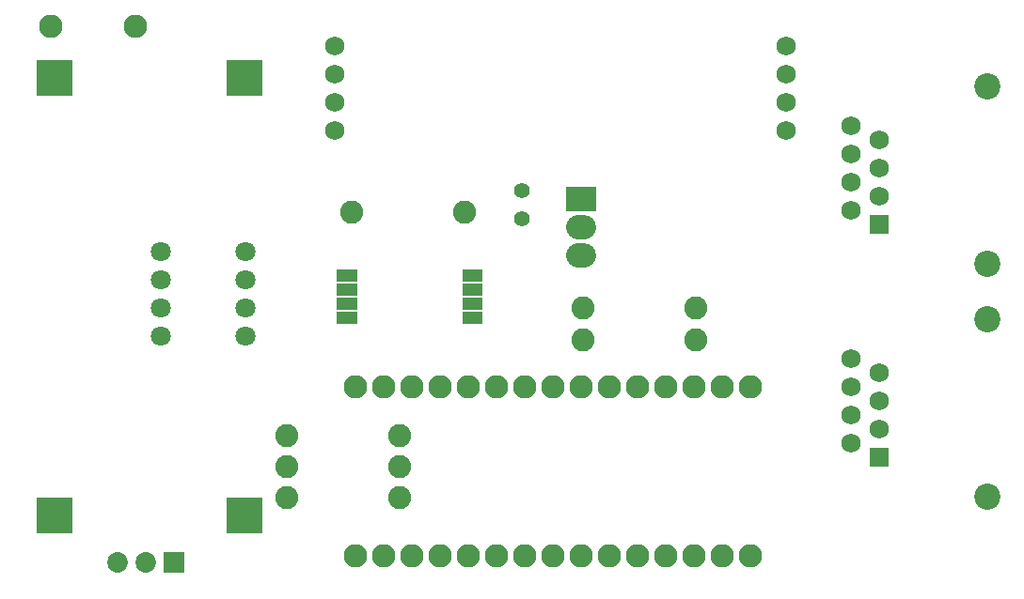
<source format=gbs>
G04 Layer: BottomSolderMaskLayer*
G04 EasyEDA v6.3.22, 2020-02-16T12:15:52--5:00*
G04 381979cff6bd47818e4e504fc6c237e0,2cc9782d1759487288c44a1c2d283d62,10*
G04 Gerber Generator version 0.2*
G04 Scale: 100 percent, Rotated: No, Reflected: No *
G04 Dimensions in millimeters *
G04 leading zeros omitted , absolute positions ,3 integer and 3 decimal *
%FSLAX33Y33*%
%MOMM*%
G90*
G71D02*

%ADD34C,2.203196*%
%ADD36C,2.103196*%
%ADD38C,1.854200*%
%ADD40C,1.397000*%
%ADD41C,2.082800*%
%ADD43C,2.108200*%
%ADD45C,1.803197*%
%ADD46R,1.727200X1.727200*%
%ADD47C,1.727200*%
%ADD48C,2.362200*%

%LPD*%
G54D34*
G01X55240Y30877D02*
G01X54741Y30877D01*
G01X55240Y33417D02*
G01X54741Y33417D01*
G36*
G01X23098Y5843D02*
G01X23098Y9049D01*
G01X26304Y9049D01*
G01X26304Y5843D01*
G01X23098Y5843D01*
G37*
G36*
G01X5953Y45340D02*
G01X5953Y48546D01*
G01X9159Y48546D01*
G01X9159Y45340D01*
G01X5953Y45340D01*
G37*
G36*
G01X5953Y5843D02*
G01X5953Y9049D01*
G01X9159Y9049D01*
G01X9159Y5843D01*
G01X5953Y5843D01*
G37*
G36*
G01X23098Y45340D02*
G01X23098Y48546D01*
G01X26304Y48546D01*
G01X26304Y45340D01*
G01X23098Y45340D01*
G37*
G54D36*
G01X34671Y19066D03*
G01X37211Y19066D03*
G01X39751Y19066D03*
G01X42291Y19066D03*
G01X44831Y19066D03*
G01X47371Y19066D03*
G01X49911Y19066D03*
G01X52451Y19066D03*
G01X54991Y19066D03*
G01X57531Y19066D03*
G01X60071Y19066D03*
G01X62611Y19066D03*
G01X65151Y19066D03*
G01X67691Y19066D03*
G01X70231Y19066D03*
G01X34671Y3826D03*
G01X37211Y3826D03*
G01X39751Y3826D03*
G01X42291Y3826D03*
G01X44831Y3826D03*
G01X47371Y3826D03*
G01X49911Y3826D03*
G01X52451Y3826D03*
G01X54991Y3826D03*
G01X57531Y3826D03*
G01X60071Y3826D03*
G01X62611Y3826D03*
G01X65151Y3826D03*
G01X67691Y3826D03*
G01X70231Y3826D03*
G36*
G01X17360Y2264D02*
G01X17360Y4119D01*
G01X19215Y4119D01*
G01X19215Y2264D01*
G01X17360Y2264D01*
G37*
G54D38*
G01X15748Y3191D03*
G01X13208Y3191D03*
G36*
G01X33007Y26006D02*
G01X33007Y27098D01*
G01X34810Y27098D01*
G01X34810Y26006D01*
G01X33007Y26006D01*
G37*
G36*
G01X33007Y24718D02*
G01X33007Y25810D01*
G01X34810Y25810D01*
G01X34810Y24718D01*
G01X33007Y24718D01*
G37*
G36*
G01X33007Y27299D02*
G01X33007Y28391D01*
G01X34810Y28391D01*
G01X34810Y27299D01*
G01X33007Y27299D01*
G37*
G36*
G01X33007Y28579D02*
G01X33007Y29671D01*
G01X34810Y29671D01*
G01X34810Y28579D01*
G01X33007Y28579D01*
G37*
G36*
G01X44310Y24718D02*
G01X44310Y25810D01*
G01X46113Y25810D01*
G01X46113Y24718D01*
G01X44310Y24718D01*
G37*
G36*
G01X44310Y26006D02*
G01X44310Y27098D01*
G01X46113Y27098D01*
G01X46113Y26006D01*
G01X44310Y26006D01*
G37*
G36*
G01X44310Y27299D02*
G01X44310Y28391D01*
G01X46113Y28391D01*
G01X46113Y27299D01*
G01X44310Y27299D01*
G37*
G36*
G01X44310Y28579D02*
G01X44310Y29671D01*
G01X46113Y29671D01*
G01X46113Y28579D01*
G01X44310Y28579D01*
G37*
G54D40*
G01X49657Y34179D03*
G01X49657Y36719D03*
G54D41*
G01X38608Y11827D03*
G01X28448Y11827D03*
G01X55118Y26178D03*
G01X65278Y26178D03*
G01X55118Y23257D03*
G01X65278Y23257D03*
G01X34290Y34814D03*
G01X44450Y34814D03*
G36*
G01X53639Y34855D02*
G01X53639Y37060D01*
G01X56342Y37060D01*
G01X56342Y34855D01*
G01X53639Y34855D01*
G37*
G01X38608Y9033D03*
G01X28448Y9033D03*
G01X28448Y14621D03*
G01X38608Y14621D03*
G54D43*
G01X7239Y51578D03*
G01X14859Y51578D03*
G54D45*
G01X24765Y31258D03*
G01X24765Y28718D03*
G01X24765Y26178D03*
G01X24765Y23638D03*
G01X17145Y23638D03*
G01X17145Y26178D03*
G01X17145Y28718D03*
G01X17145Y31258D03*
G54D46*
G01X81851Y33671D03*
G54D47*
G01X79311Y34941D03*
G01X81851Y36211D03*
G01X79311Y37481D03*
G01X81851Y38751D03*
G01X79311Y40021D03*
G01X81851Y41291D03*
G01X79311Y42561D03*
G54D48*
G01X91526Y30115D03*
G01X91526Y46117D03*
G54D46*
G01X81851Y12716D03*
G54D47*
G01X79311Y13986D03*
G01X81851Y15256D03*
G01X79311Y16526D03*
G01X81851Y17796D03*
G01X79311Y19066D03*
G01X81851Y20336D03*
G01X79311Y21606D03*
G54D48*
G01X91526Y9160D03*
G01X91526Y25162D03*
G54D47*
G01X32766Y42180D03*
G01X32766Y44720D03*
G01X32766Y47260D03*
G01X32766Y49800D03*
G01X73406Y42180D03*
G01X73406Y44720D03*
G01X73406Y47260D03*
G01X73406Y49800D03*
M00*
M02*

</source>
